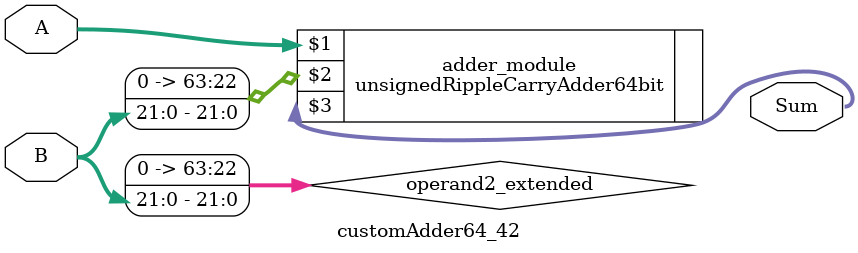
<source format=v>
module customAdder64_42(
                        input [63 : 0] A,
                        input [21 : 0] B,
                        
                        output [64 : 0] Sum
                );

        wire [63 : 0] operand2_extended;
        
        assign operand2_extended =  {42'b0, B};
        
        unsignedRippleCarryAdder64bit adder_module(
            A,
            operand2_extended,
            Sum
        );
        
        endmodule
        
</source>
